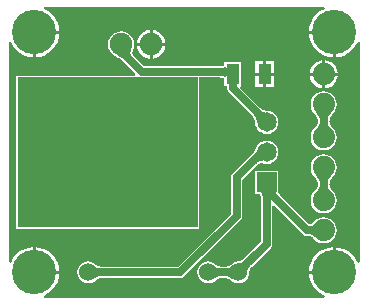
<source format=gtl>
G04*
G04 #@! TF.GenerationSoftware,Altium Limited,Altium Designer,18.1.6 (161)*
G04*
G04 Layer_Physical_Order=1*
G04 Layer_Color=255*
%FSAX24Y24*%
%MOIN*%
G70*
G01*
G75*
%ADD18C,0.1500*%
%ADD22R,0.6000X0.5000*%
%ADD23R,0.0433X0.0669*%
%ADD24C,0.0250*%
%ADD25C,0.0200*%
%ADD26C,0.1476*%
%ADD27C,0.0740*%
%ADD28C,0.0600*%
%ADD29C,0.0750*%
%ADD30C,0.0650*%
%ADD31R,0.0650X0.0650*%
%ADD32C,0.0300*%
G36*
X010678Y009778D02*
X010532Y009700D01*
X010404Y009596D01*
X010300Y009468D01*
X010222Y009322D01*
X010174Y009164D01*
X010163Y009050D01*
X011000D01*
Y009000D01*
X011050D01*
Y008163D01*
X011164Y008174D01*
X011322Y008222D01*
X011468Y008300D01*
X011596Y008404D01*
X011700Y008532D01*
X011778Y008678D01*
X011847Y008664D01*
Y001336D01*
X011778Y001322D01*
X011700Y001468D01*
X011596Y001596D01*
X011468Y001700D01*
X011322Y001778D01*
X011164Y001826D01*
X011050Y001837D01*
Y001000D01*
X011000D01*
Y000950D01*
X010163D01*
X010174Y000836D01*
X010222Y000678D01*
X010300Y000532D01*
X010404Y000404D01*
X010532Y000300D01*
X010678Y000222D01*
X010664Y000153D01*
X001336D01*
X001322Y000222D01*
X001468Y000300D01*
X001596Y000404D01*
X001700Y000532D01*
X001778Y000678D01*
X001826Y000836D01*
X001837Y000950D01*
X001000D01*
Y001000D01*
X000950D01*
Y001837D01*
X000836Y001826D01*
X000678Y001778D01*
X000532Y001700D01*
X000404Y001596D01*
X000300Y001468D01*
X000222Y001322D01*
X000153Y001336D01*
Y008664D01*
X000222Y008678D01*
X000300Y008532D01*
X000404Y008404D01*
X000532Y008300D01*
X000678Y008222D01*
X000836Y008174D01*
X000950Y008163D01*
Y009000D01*
X001000D01*
Y009050D01*
X001837D01*
X001826Y009164D01*
X001778Y009322D01*
X001700Y009468D01*
X001596Y009596D01*
X001468Y009700D01*
X001322Y009778D01*
X001336Y009847D01*
X010664D01*
X010678Y009778D01*
D02*
G37*
%LPC*%
G36*
X004950Y009073D02*
Y008650D01*
X005373D01*
X005363Y008724D01*
X005315Y008840D01*
X005239Y008939D01*
X005140Y009015D01*
X005024Y009063D01*
X004950Y009073D01*
D02*
G37*
G36*
X004850D02*
X004776Y009063D01*
X004660Y009015D01*
X004561Y008939D01*
X004485Y008840D01*
X004437Y008724D01*
X004427Y008650D01*
X004850D01*
Y009073D01*
D02*
G37*
G36*
X001837Y008950D02*
X001050D01*
Y008163D01*
X001164Y008174D01*
X001322Y008222D01*
X001468Y008300D01*
X001596Y008404D01*
X001700Y008532D01*
X001778Y008678D01*
X001826Y008836D01*
X001837Y008950D01*
D02*
G37*
G36*
X010950D02*
X010163D01*
X010174Y008836D01*
X010222Y008678D01*
X010300Y008532D01*
X010404Y008404D01*
X010532Y008300D01*
X010678Y008222D01*
X010836Y008174D01*
X010950Y008163D01*
Y008950D01*
D02*
G37*
G36*
X005373Y008550D02*
X004950D01*
Y008127D01*
X005024Y008137D01*
X005140Y008185D01*
X005239Y008261D01*
X005315Y008360D01*
X005363Y008476D01*
X005373Y008550D01*
D02*
G37*
G36*
X004850D02*
X004427D01*
X004437Y008476D01*
X004485Y008360D01*
X004561Y008261D01*
X004660Y008185D01*
X004776Y008137D01*
X004850Y008127D01*
Y008550D01*
D02*
G37*
G36*
X010700Y008067D02*
Y007650D01*
X011117D01*
X011108Y007723D01*
X011061Y007837D01*
X010985Y007935D01*
X010887Y008011D01*
X010773Y008058D01*
X010700Y008067D01*
D02*
G37*
G36*
X008998Y008035D02*
X008731D01*
Y007650D01*
X008998D01*
Y008035D01*
D02*
G37*
G36*
X008632D02*
X008365D01*
Y007650D01*
X008632D01*
Y008035D01*
D02*
G37*
G36*
X010600Y008067D02*
X010527Y008058D01*
X010413Y008011D01*
X010315Y007935D01*
X010239Y007837D01*
X010192Y007723D01*
X010183Y007650D01*
X010600D01*
Y008067D01*
D02*
G37*
G36*
X008998Y007550D02*
X008731D01*
Y007165D01*
X008998D01*
Y007550D01*
D02*
G37*
G36*
X008632D02*
X008365D01*
Y007165D01*
X008632D01*
Y007550D01*
D02*
G37*
G36*
X011117D02*
X010700D01*
Y007133D01*
X010773Y007142D01*
X010887Y007189D01*
X010985Y007265D01*
X011061Y007363D01*
X011108Y007477D01*
X011117Y007550D01*
D02*
G37*
G36*
X010600D02*
X010183D01*
X010192Y007477D01*
X010239Y007363D01*
X010315Y007265D01*
X010413Y007189D01*
X010527Y007142D01*
X010600Y007133D01*
Y007550D01*
D02*
G37*
G36*
X003900Y009039D02*
X003786Y009024D01*
X003681Y008980D01*
X003590Y008910D01*
X003520Y008819D01*
X003476Y008714D01*
X003461Y008600D01*
X003476Y008486D01*
X003520Y008381D01*
X003590Y008290D01*
X003681Y008220D01*
X003710Y008208D01*
X003717Y008200D01*
X003718Y008200D01*
X003718Y008200D01*
X003747Y008186D01*
X003805Y008155D01*
X003831Y008139D01*
X003883Y008103D01*
X003907Y008084D01*
X003955Y008043D01*
X003978Y008021D01*
X003981Y008020D01*
X004376Y007625D01*
X004349Y007560D01*
X000390D01*
Y002440D01*
X006510D01*
Y007496D01*
X007149D01*
X007151Y007495D01*
X007197Y007494D01*
X007235Y007491D01*
X007267Y007485D01*
X007292Y007478D01*
X007311Y007471D01*
X007324Y007463D01*
X007331Y007456D01*
X007335Y007451D01*
X007337Y007444D01*
X007339Y007428D01*
X007342Y007422D01*
Y007205D01*
X007425D01*
X007428Y007155D01*
X007429Y007131D01*
X007431Y007125D01*
X007444Y007059D01*
X007485Y006998D01*
X008263Y006220D01*
X008264Y006217D01*
X008285Y006196D01*
X008301Y006175D01*
X008315Y006155D01*
X008328Y006134D01*
X008338Y006113D01*
X008346Y006092D01*
X008352Y006071D01*
X008357Y006049D01*
X008359Y006027D01*
X008360Y006001D01*
X008362Y005997D01*
X008375Y005899D01*
X008414Y005806D01*
X008475Y005725D01*
X008556Y005664D01*
X008649Y005625D01*
X008750Y005612D01*
X008851Y005625D01*
X008944Y005664D01*
X009025Y005725D01*
X009086Y005806D01*
X009125Y005899D01*
X009138Y006000D01*
X009125Y006101D01*
X009086Y006194D01*
X009025Y006275D01*
X008944Y006336D01*
X008851Y006375D01*
X008753Y006388D01*
X008749Y006390D01*
X008723Y006391D01*
X008701Y006393D01*
X008679Y006398D01*
X008658Y006404D01*
X008637Y006412D01*
X008616Y006422D01*
X008595Y006435D01*
X008575Y006449D01*
X008554Y006465D01*
X008533Y006486D01*
X008530Y006487D01*
X007871Y007146D01*
X007895Y007205D01*
X007895D01*
Y007995D01*
X007416D01*
X007410Y007998D01*
X007407Y007997D01*
X007403Y007998D01*
X007342Y007995D01*
Y007968D01*
X007342D01*
Y007968D01*
X007318Y007903D01*
X007312Y007899D01*
X007293Y007891D01*
X007267Y007885D01*
X007235Y007879D01*
X007197Y007876D01*
X007151Y007875D01*
X007149Y007874D01*
X004661D01*
X004344Y008190D01*
X004343Y008193D01*
X004320Y008218D01*
X004304Y008240D01*
X004291Y008261D01*
X004282Y008281D01*
X004277Y008300D01*
X004274Y008320D01*
X004274Y008339D01*
X004277Y008359D01*
X004284Y008380D01*
X004295Y008406D01*
X004295Y008417D01*
X004324Y008486D01*
X004339Y008600D01*
X004324Y008714D01*
X004280Y008819D01*
X004210Y008910D01*
X004119Y008980D01*
X004014Y009024D01*
X003900Y009039D01*
D02*
G37*
G36*
X010650Y007034D02*
X010538Y007019D01*
X010433Y006976D01*
X010343Y006907D01*
X010274Y006817D01*
X010231Y006712D01*
X010216Y006600D01*
X010231Y006488D01*
X010274Y006383D01*
X010343Y006294D01*
X010344Y006291D01*
X010368Y006266D01*
X010388Y006242D01*
X010405Y006218D01*
X010420Y006193D01*
X010432Y006168D01*
X010442Y006142D01*
X010450Y006115D01*
X010455Y006088D01*
X010459Y006059D01*
X010459Y006050D01*
X010459Y006041D01*
X010455Y006012D01*
X010450Y005985D01*
X010442Y005958D01*
X010432Y005932D01*
X010420Y005907D01*
X010405Y005882D01*
X010388Y005858D01*
X010368Y005834D01*
X010344Y005809D01*
X010343Y005806D01*
X010274Y005717D01*
X010231Y005612D01*
X010216Y005500D01*
X010231Y005388D01*
X010274Y005283D01*
X010343Y005193D01*
X010433Y005124D01*
X010538Y005081D01*
X010650Y005066D01*
X010762Y005081D01*
X010867Y005124D01*
X010957Y005193D01*
X011026Y005283D01*
X011069Y005388D01*
X011084Y005500D01*
X011069Y005612D01*
X011026Y005717D01*
X010957Y005806D01*
X010956Y005809D01*
X010932Y005834D01*
X010912Y005858D01*
X010895Y005882D01*
X010880Y005907D01*
X010868Y005932D01*
X010858Y005958D01*
X010850Y005985D01*
X010845Y006012D01*
X010841Y006041D01*
X010841Y006050D01*
X010841Y006059D01*
X010845Y006088D01*
X010850Y006115D01*
X010858Y006142D01*
X010868Y006168D01*
X010880Y006193D01*
X010895Y006218D01*
X010912Y006242D01*
X010932Y006266D01*
X010956Y006291D01*
X010957Y006294D01*
X011026Y006383D01*
X011069Y006488D01*
X011084Y006600D01*
X011069Y006712D01*
X011026Y006817D01*
X010957Y006907D01*
X010867Y006976D01*
X010762Y007019D01*
X010650Y007034D01*
D02*
G37*
G36*
X008750Y005388D02*
X008649Y005375D01*
X008556Y005336D01*
X008475Y005275D01*
X008414Y005194D01*
X008393Y005144D01*
X008384Y005135D01*
X008375Y005113D01*
X008354Y005069D01*
X008343Y005049D01*
X008314Y005005D01*
X008298Y004985D01*
X008261Y004942D01*
X008241Y004921D01*
X008239Y004918D01*
X007617Y004295D01*
X007576Y004234D01*
X007561Y004162D01*
Y002960D01*
X005790Y001189D01*
X003257D01*
X003255Y001190D01*
X003226Y001191D01*
X003201Y001193D01*
X003178Y001196D01*
X003157Y001201D01*
X003137Y001207D01*
X003119Y001215D01*
X003103Y001223D01*
X003088Y001233D01*
X003074Y001243D01*
X003058Y001258D01*
X003053Y001260D01*
X002982Y001314D01*
X002894Y001351D01*
X002800Y001363D01*
X002706Y001351D01*
X002618Y001314D01*
X002543Y001257D01*
X002486Y001182D01*
X002449Y001094D01*
X002437Y001000D01*
X002449Y000906D01*
X002486Y000818D01*
X002543Y000743D01*
X002618Y000686D01*
X002706Y000649D01*
X002800Y000637D01*
X002894Y000649D01*
X002982Y000686D01*
X003053Y000740D01*
X003058Y000742D01*
X003074Y000756D01*
X003088Y000767D01*
X003103Y000777D01*
X003119Y000785D01*
X003137Y000793D01*
X003157Y000799D01*
X003178Y000804D01*
X003201Y000807D01*
X003226Y000809D01*
X003255Y000810D01*
X003257Y000811D01*
X005868D01*
X005941Y000826D01*
X006002Y000867D01*
X007883Y002748D01*
X007924Y002809D01*
X007939Y002882D01*
Y004084D01*
X008431Y004576D01*
X008434Y004577D01*
X008456Y004598D01*
X008476Y004613D01*
X008494Y004625D01*
X008512Y004634D01*
X008529Y004640D01*
X008545Y004644D01*
X008561Y004645D01*
X008576Y004645D01*
X008592Y004642D01*
X008613Y004635D01*
X008623Y004636D01*
X008649Y004625D01*
X008750Y004612D01*
X008851Y004625D01*
X008944Y004664D01*
X009025Y004725D01*
X009086Y004806D01*
X009125Y004900D01*
X009138Y005000D01*
X009125Y005100D01*
X009086Y005194D01*
X009025Y005275D01*
X008944Y005336D01*
X008851Y005375D01*
X008750Y005388D01*
D02*
G37*
G36*
X010650Y004934D02*
X010538Y004919D01*
X010433Y004876D01*
X010343Y004807D01*
X010274Y004717D01*
X010231Y004612D01*
X010216Y004500D01*
X010231Y004388D01*
X010274Y004283D01*
X010343Y004194D01*
X010344Y004191D01*
X010368Y004166D01*
X010388Y004142D01*
X010405Y004118D01*
X010420Y004093D01*
X010432Y004068D01*
X010442Y004042D01*
X010450Y004015D01*
X010455Y003988D01*
X010459Y003959D01*
X010459Y003950D01*
X010459Y003941D01*
X010455Y003912D01*
X010450Y003885D01*
X010442Y003858D01*
X010432Y003832D01*
X010420Y003807D01*
X010405Y003782D01*
X010388Y003758D01*
X010368Y003734D01*
X010344Y003709D01*
X010343Y003706D01*
X010274Y003617D01*
X010231Y003512D01*
X010216Y003400D01*
X010231Y003288D01*
X010274Y003183D01*
X010343Y003093D01*
X010433Y003024D01*
X010538Y002981D01*
X010650Y002966D01*
X010762Y002981D01*
X010867Y003024D01*
X010957Y003093D01*
X011026Y003183D01*
X011069Y003288D01*
X011084Y003400D01*
X011069Y003512D01*
X011026Y003617D01*
X010957Y003706D01*
X010956Y003709D01*
X010932Y003734D01*
X010912Y003758D01*
X010895Y003782D01*
X010880Y003807D01*
X010868Y003832D01*
X010858Y003858D01*
X010850Y003885D01*
X010845Y003912D01*
X010841Y003941D01*
X010841Y003950D01*
X010841Y003959D01*
X010845Y003988D01*
X010850Y004015D01*
X010858Y004042D01*
X010868Y004068D01*
X010880Y004093D01*
X010895Y004118D01*
X010912Y004142D01*
X010932Y004166D01*
X010956Y004191D01*
X010957Y004194D01*
X011026Y004283D01*
X011069Y004388D01*
X011084Y004500D01*
X011069Y004612D01*
X011026Y004717D01*
X010957Y004807D01*
X010867Y004876D01*
X010762Y004919D01*
X010650Y004934D01*
D02*
G37*
G36*
X009135Y004385D02*
X008365D01*
Y003615D01*
X008458D01*
X008466Y003611D01*
X008497Y003609D01*
X008521Y003604D01*
X008521Y003604D01*
X008528Y003597D01*
X008536Y003584D01*
X008543Y003565D01*
X008550Y003540D01*
X008556Y003508D01*
X008559Y003470D01*
X008560Y003424D01*
X008561Y003422D01*
Y002028D01*
X007990Y001457D01*
X007987Y001456D01*
X007966Y001436D01*
X007947Y001420D01*
X007929Y001406D01*
X007910Y001395D01*
X007892Y001385D01*
X007874Y001378D01*
X007856Y001372D01*
X007839Y001368D01*
X007821Y001366D01*
X007801Y001365D01*
X007795Y001363D01*
X007706Y001351D01*
X007618Y001314D01*
X007547Y001260D01*
X007542Y001258D01*
X007526Y001244D01*
X007512Y001233D01*
X007497Y001223D01*
X007481Y001215D01*
X007463Y001207D01*
X007443Y001201D01*
X007422Y001196D01*
X007399Y001193D01*
X007374Y001191D01*
X007345Y001190D01*
X007343Y001189D01*
X007257D01*
X007255Y001190D01*
X007226Y001191D01*
X007201Y001193D01*
X007178Y001196D01*
X007157Y001201D01*
X007137Y001207D01*
X007119Y001215D01*
X007103Y001223D01*
X007088Y001233D01*
X007074Y001243D01*
X007058Y001258D01*
X007053Y001260D01*
X006982Y001314D01*
X006894Y001351D01*
X006800Y001363D01*
X006706Y001351D01*
X006618Y001314D01*
X006543Y001257D01*
X006486Y001182D01*
X006449Y001094D01*
X006437Y001000D01*
X006449Y000906D01*
X006486Y000818D01*
X006543Y000743D01*
X006618Y000686D01*
X006706Y000649D01*
X006800Y000637D01*
X006894Y000649D01*
X006982Y000686D01*
X007053Y000740D01*
X007058Y000742D01*
X007074Y000756D01*
X007088Y000767D01*
X007103Y000777D01*
X007119Y000785D01*
X007137Y000793D01*
X007157Y000799D01*
X007178Y000804D01*
X007201Y000807D01*
X007226Y000809D01*
X007255Y000810D01*
X007257Y000811D01*
X007343D01*
X007345Y000810D01*
X007374Y000809D01*
X007399Y000807D01*
X007422Y000804D01*
X007443Y000799D01*
X007463Y000793D01*
X007481Y000785D01*
X007497Y000777D01*
X007512Y000767D01*
X007526Y000756D01*
X007542Y000742D01*
X007547Y000740D01*
X007618Y000686D01*
X007706Y000649D01*
X007800Y000637D01*
X007894Y000649D01*
X007982Y000686D01*
X008057Y000743D01*
X008114Y000818D01*
X008151Y000906D01*
X008163Y000995D01*
X008165Y001001D01*
X008166Y001021D01*
X008168Y001039D01*
X008172Y001056D01*
X008178Y001074D01*
X008185Y001092D01*
X008195Y001110D01*
X008206Y001129D01*
X008220Y001147D01*
X008236Y001167D01*
X008256Y001187D01*
X008257Y001190D01*
X008883Y001817D01*
X008924Y001878D01*
X008939Y001950D01*
Y003203D01*
X009003Y003230D01*
X009967Y002267D01*
X010028Y002226D01*
X010092Y002213D01*
X010098Y002210D01*
X010133Y002209D01*
X010163Y002207D01*
X010189Y002203D01*
X010213Y002198D01*
X010233Y002192D01*
X010250Y002185D01*
X010265Y002178D01*
X010276Y002170D01*
X010285Y002162D01*
X010295Y002149D01*
X010298Y002148D01*
X010299Y002144D01*
X010307Y002141D01*
X010343Y002093D01*
X010433Y002024D01*
X010538Y001981D01*
X010650Y001966D01*
X010762Y001981D01*
X010867Y002024D01*
X010957Y002093D01*
X011026Y002183D01*
X011069Y002288D01*
X011084Y002400D01*
X011069Y002512D01*
X011026Y002617D01*
X010957Y002707D01*
X010867Y002776D01*
X010762Y002819D01*
X010650Y002834D01*
X010538Y002819D01*
X010433Y002776D01*
X010343Y002707D01*
X010307Y002659D01*
X010299Y002656D01*
X010298Y002652D01*
X010295Y002651D01*
X010285Y002638D01*
X010276Y002630D01*
X010265Y002622D01*
X010251Y002615D01*
X010233Y002608D01*
X010213Y002602D01*
X010189Y002597D01*
X010172Y002594D01*
X009225Y003542D01*
X009224Y003545D01*
X009192Y003577D01*
X009144Y003631D01*
X009135Y003642D01*
Y003667D01*
X009139Y003676D01*
X009137Y003681D01*
X009138Y003686D01*
X009135Y003691D01*
Y004385D01*
D02*
G37*
G36*
X001050Y001837D02*
Y001050D01*
X001837D01*
X001826Y001164D01*
X001778Y001322D01*
X001700Y001468D01*
X001596Y001596D01*
X001468Y001700D01*
X001322Y001778D01*
X001164Y001826D01*
X001050Y001837D01*
D02*
G37*
G36*
X010950D02*
X010836Y001826D01*
X010678Y001778D01*
X010532Y001700D01*
X010404Y001596D01*
X010300Y001468D01*
X010222Y001322D01*
X010174Y001164D01*
X010163Y001050D01*
X010950D01*
Y001837D01*
D02*
G37*
%LPD*%
G36*
X004223Y008403D02*
X004214Y008373D01*
X004209Y008344D01*
X004209Y008316D01*
X004213Y008287D01*
X004221Y008259D01*
X004233Y008231D01*
X004250Y008204D01*
X004270Y008176D01*
X004295Y008149D01*
X004023Y008068D01*
X003999Y008091D01*
X003948Y008135D01*
X003922Y008155D01*
X003866Y008193D01*
X003837Y008211D01*
X003777Y008244D01*
X003745Y008258D01*
X004235Y008432D01*
X004223Y008403D01*
D02*
G37*
G36*
X007403Y007435D02*
X007401Y007459D01*
X007393Y007480D01*
X007381Y007499D01*
X007363Y007515D01*
X007341Y007529D01*
X007313Y007540D01*
X007281Y007549D01*
X007243Y007555D01*
X007201Y007559D01*
X007153Y007560D01*
Y007810D01*
X007201Y007811D01*
X007243Y007815D01*
X007281Y007821D01*
X007313Y007830D01*
X007341Y007841D01*
X007363Y007854D01*
X007381Y007870D01*
X007393Y007889D01*
X007401Y007910D01*
X007403Y007933D01*
Y007435D01*
D02*
G37*
G36*
X007752Y007266D02*
X007750Y007262D01*
X007748Y007255D01*
X007747Y007246D01*
X007745Y007219D01*
X007743Y007132D01*
X007494D01*
X007493Y007157D01*
X007487Y007262D01*
X007485Y007266D01*
X007483Y007268D01*
X007754D01*
X007752Y007266D01*
D02*
G37*
G36*
X008512Y006417D02*
X008535Y006397D01*
X008560Y006380D01*
X008585Y006365D01*
X008610Y006353D01*
X008637Y006342D01*
X008663Y006335D01*
X008690Y006329D01*
X008718Y006326D01*
X008747Y006325D01*
X008425Y006003D01*
X008424Y006032D01*
X008421Y006060D01*
X008415Y006087D01*
X008408Y006113D01*
X008397Y006140D01*
X008385Y006165D01*
X008370Y006190D01*
X008353Y006215D01*
X008333Y006238D01*
X008312Y006262D01*
X008488Y006438D01*
X008512Y006417D01*
D02*
G37*
G36*
X010884Y006309D02*
X010861Y006281D01*
X010841Y006253D01*
X010823Y006224D01*
X010809Y006194D01*
X010796Y006163D01*
X010787Y006131D01*
X010780Y006098D01*
X010776Y006064D01*
X010776Y006050D01*
X010776Y006036D01*
X010780Y006002D01*
X010787Y005969D01*
X010796Y005937D01*
X010809Y005906D01*
X010823Y005876D01*
X010841Y005847D01*
X010861Y005818D01*
X010884Y005791D01*
X010909Y005764D01*
X010391D01*
X010416Y005791D01*
X010439Y005818D01*
X010459Y005847D01*
X010477Y005876D01*
X010491Y005906D01*
X010504Y005937D01*
X010513Y005969D01*
X010520Y006002D01*
X010524Y006036D01*
X010524Y006050D01*
X010524Y006064D01*
X010520Y006098D01*
X010513Y006131D01*
X010504Y006163D01*
X010491Y006194D01*
X010477Y006224D01*
X010459Y006253D01*
X010439Y006281D01*
X010416Y006309D01*
X010391Y006336D01*
X010909D01*
X010884Y006309D01*
D02*
G37*
G36*
X008633Y004697D02*
X008608Y004705D01*
X008584Y004709D01*
X008559Y004710D01*
X008535Y004708D01*
X008510Y004703D01*
X008486Y004694D01*
X008462Y004682D01*
X008438Y004666D01*
X008414Y004647D01*
X008390Y004625D01*
X008287Y004876D01*
X008309Y004898D01*
X008349Y004944D01*
X008367Y004967D01*
X008398Y005015D01*
X008412Y005038D01*
X008435Y005087D01*
X008445Y005111D01*
X008633Y004697D01*
D02*
G37*
G36*
X003032Y001194D02*
X003050Y001179D01*
X003071Y001167D01*
X003092Y001156D01*
X003116Y001146D01*
X003140Y001139D01*
X003166Y001133D01*
X003194Y001128D01*
X003222Y001126D01*
X003253Y001125D01*
Y000875D01*
X003222Y000874D01*
X003194Y000872D01*
X003166Y000867D01*
X003140Y000861D01*
X003116Y000854D01*
X003092Y000844D01*
X003071Y000833D01*
X003050Y000821D01*
X003032Y000806D01*
X003014Y000790D01*
Y001210D01*
X003032Y001194D01*
D02*
G37*
G36*
X010884Y004209D02*
X010861Y004182D01*
X010841Y004153D01*
X010823Y004124D01*
X010809Y004094D01*
X010796Y004063D01*
X010787Y004031D01*
X010780Y003998D01*
X010776Y003964D01*
X010776Y003950D01*
X010776Y003936D01*
X010780Y003902D01*
X010787Y003869D01*
X010796Y003837D01*
X010809Y003806D01*
X010823Y003776D01*
X010841Y003747D01*
X010861Y003719D01*
X010884Y003691D01*
X010909Y003664D01*
X010391D01*
X010416Y003691D01*
X010439Y003719D01*
X010459Y003747D01*
X010477Y003776D01*
X010491Y003806D01*
X010504Y003837D01*
X010513Y003869D01*
X010520Y003902D01*
X010524Y003936D01*
X010524Y003950D01*
X010524Y003964D01*
X010520Y003998D01*
X010513Y004031D01*
X010504Y004063D01*
X010491Y004094D01*
X010477Y004124D01*
X010459Y004153D01*
X010439Y004182D01*
X010416Y004209D01*
X010391Y004236D01*
X010909D01*
X010884Y004209D01*
D02*
G37*
G36*
X009062Y003674D02*
X009055Y003669D01*
X009052Y003660D01*
X009055Y003648D01*
X009063Y003632D01*
X009076Y003613D01*
X009094Y003590D01*
X009144Y003533D01*
X009177Y003499D01*
X008912Y003411D01*
X008876Y003446D01*
X008875Y003426D01*
X008625D01*
X008624Y003474D01*
X008620Y003516D01*
X008614Y003554D01*
X008605Y003586D01*
X008594Y003614D01*
X008580Y003636D01*
X008564Y003654D01*
X008547Y003665D01*
X008544Y003666D01*
X008506Y003674D01*
X008470Y003676D01*
X009074D01*
X009062Y003674D01*
D02*
G37*
G36*
X010345Y002190D02*
X010332Y002206D01*
X010317Y002221D01*
X010299Y002233D01*
X010278Y002244D01*
X010255Y002254D01*
X010229Y002261D01*
X010201Y002267D01*
X010170Y002272D01*
X010136Y002274D01*
X010100Y002275D01*
Y002525D01*
X010136Y002526D01*
X010170Y002528D01*
X010201Y002533D01*
X010229Y002539D01*
X010255Y002546D01*
X010278Y002556D01*
X010299Y002567D01*
X010317Y002579D01*
X010332Y002594D01*
X010345Y002610D01*
Y002190D01*
D02*
G37*
G36*
X008209Y001232D02*
X008188Y001210D01*
X008169Y001187D01*
X008153Y001165D01*
X008138Y001142D01*
X008127Y001120D01*
X008117Y001097D01*
X008109Y001074D01*
X008104Y001050D01*
X008101Y001027D01*
X008100Y001003D01*
X007803Y001300D01*
X007827Y001301D01*
X007850Y001304D01*
X007874Y001309D01*
X007897Y001317D01*
X007920Y001327D01*
X007942Y001338D01*
X007965Y001353D01*
X007987Y001369D01*
X008010Y001388D01*
X008032Y001409D01*
X008209Y001232D01*
D02*
G37*
G36*
X007586Y000790D02*
X007568Y000806D01*
X007550Y000821D01*
X007529Y000833D01*
X007508Y000844D01*
X007484Y000854D01*
X007460Y000861D01*
X007434Y000867D01*
X007406Y000872D01*
X007378Y000874D01*
X007347Y000875D01*
Y001125D01*
X007378Y001126D01*
X007406Y001128D01*
X007434Y001133D01*
X007460Y001139D01*
X007484Y001146D01*
X007508Y001156D01*
X007529Y001167D01*
X007550Y001179D01*
X007568Y001194D01*
X007586Y001210D01*
Y000790D01*
D02*
G37*
G36*
X007032Y001194D02*
X007050Y001179D01*
X007071Y001167D01*
X007092Y001156D01*
X007116Y001146D01*
X007140Y001139D01*
X007166Y001133D01*
X007194Y001128D01*
X007222Y001126D01*
X007253Y001125D01*
Y000875D01*
X007222Y000874D01*
X007194Y000872D01*
X007166Y000867D01*
X007140Y000861D01*
X007116Y000854D01*
X007092Y000844D01*
X007071Y000833D01*
X007050Y000821D01*
X007032Y000806D01*
X007014Y000790D01*
Y001210D01*
X007032Y001194D01*
D02*
G37*
D18*
X002450Y005000D02*
D03*
D22*
X003450D02*
D03*
D23*
X007618Y007600D02*
D03*
X008681D02*
D03*
D24*
X008588Y005000D02*
X008750D01*
X007750Y004162D02*
X008588Y005000D01*
X007750Y002882D02*
Y004162D01*
X007534Y007685D02*
X007618Y007600D01*
X004582Y007685D02*
X007534D01*
X003900Y008367D02*
X004582Y007685D01*
X003900Y008367D02*
Y008600D01*
X007618Y007132D02*
X008750Y006000D01*
X007618Y007132D02*
Y007600D01*
X002800Y001000D02*
X005868D01*
X007750Y002882D01*
X010100Y002400D02*
X010650D01*
X008750Y003750D02*
X010100Y002400D01*
X008750Y001950D02*
Y004000D01*
X007800Y001000D02*
X008750Y001950D01*
X006800Y001000D02*
X007800D01*
X010650Y005500D02*
Y006600D01*
Y003400D02*
Y004500D01*
D25*
X008750Y003750D02*
Y004000D01*
D26*
X011000Y001000D02*
D03*
Y009000D02*
D03*
X001000Y001000D02*
D03*
Y009000D02*
D03*
D27*
X010650Y007600D02*
D03*
Y006600D02*
D03*
Y005500D02*
D03*
Y004500D02*
D03*
Y003400D02*
D03*
Y002400D02*
D03*
D28*
X007800Y001000D02*
D03*
X002800D02*
D03*
X006800D02*
D03*
D29*
X004900Y008600D02*
D03*
X003900D02*
D03*
D30*
X008750Y005000D02*
D03*
Y006000D02*
D03*
D31*
Y004000D02*
D03*
D32*
X001502Y005837D02*
D03*
Y004064D02*
D03*
X003750Y005246D02*
D03*
X004500D02*
D03*
X005250D02*
D03*
X000750D02*
D03*
X000752Y002882D02*
D03*
Y003473D02*
D03*
Y004064D02*
D03*
X000750Y004655D02*
D03*
X000752Y005837D02*
D03*
X000750Y006428D02*
D03*
X000752Y007019D02*
D03*
X001502Y002882D02*
D03*
Y003473D02*
D03*
X001500Y006428D02*
D03*
X001502Y007019D02*
D03*
X002252Y002882D02*
D03*
Y003473D02*
D03*
X002250Y006428D02*
D03*
X002252Y007019D02*
D03*
X003002Y002882D02*
D03*
Y003473D02*
D03*
X003000Y006428D02*
D03*
X003002Y007019D02*
D03*
X003752Y002882D02*
D03*
Y003473D02*
D03*
Y004064D02*
D03*
X003750Y004655D02*
D03*
X003752Y005837D02*
D03*
X003750Y006428D02*
D03*
X003752Y007019D02*
D03*
X004502Y002882D02*
D03*
Y003473D02*
D03*
Y004064D02*
D03*
X004500Y004655D02*
D03*
X004502Y005837D02*
D03*
X004500Y006428D02*
D03*
X004502Y007019D02*
D03*
X005252Y002882D02*
D03*
Y003473D02*
D03*
Y004064D02*
D03*
X005250Y004655D02*
D03*
X005252Y005837D02*
D03*
X005250Y006428D02*
D03*
X005252Y007019D02*
D03*
X006002D02*
D03*
X006000Y006428D02*
D03*
X006002Y005837D02*
D03*
X006000Y005246D02*
D03*
Y004655D02*
D03*
X006002Y004064D02*
D03*
Y003473D02*
D03*
Y002882D02*
D03*
M02*

</source>
